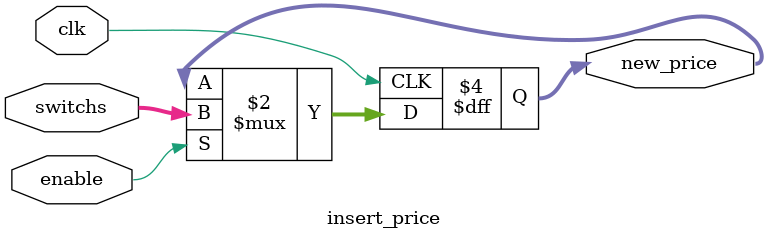
<source format=v>
`timescale 1ns / 1ps


module insert_price(
    input clk,
    input [4:0] switchs,
    input enable,
    output reg [4:0] new_price
    );

    always@(posedge clk)begin
    if(enable) begin
        new_price <= switchs;
    end
    end
endmodule

</source>
